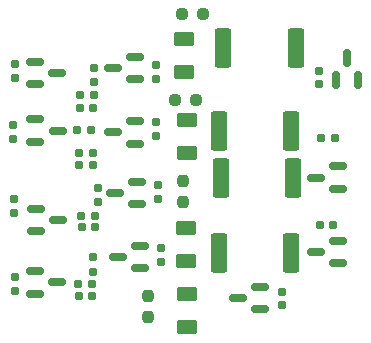
<source format=gbr>
%TF.GenerationSoftware,KiCad,Pcbnew,7.0.6*%
%TF.CreationDate,2023-10-31T01:28:30+01:00*%
%TF.ProjectId,BMSv2,424d5376-322e-46b6-9963-61645f706362,rev?*%
%TF.SameCoordinates,Original*%
%TF.FileFunction,Paste,Bot*%
%TF.FilePolarity,Positive*%
%FSLAX46Y46*%
G04 Gerber Fmt 4.6, Leading zero omitted, Abs format (unit mm)*
G04 Created by KiCad (PCBNEW 7.0.6) date 2023-10-31 01:28:30*
%MOMM*%
%LPD*%
G01*
G04 APERTURE LIST*
G04 Aperture macros list*
%AMRoundRect*
0 Rectangle with rounded corners*
0 $1 Rounding radius*
0 $2 $3 $4 $5 $6 $7 $8 $9 X,Y pos of 4 corners*
0 Add a 4 corners polygon primitive as box body*
4,1,4,$2,$3,$4,$5,$6,$7,$8,$9,$2,$3,0*
0 Add four circle primitives for the rounded corners*
1,1,$1+$1,$2,$3*
1,1,$1+$1,$4,$5*
1,1,$1+$1,$6,$7*
1,1,$1+$1,$8,$9*
0 Add four rect primitives between the rounded corners*
20,1,$1+$1,$2,$3,$4,$5,0*
20,1,$1+$1,$4,$5,$6,$7,0*
20,1,$1+$1,$6,$7,$8,$9,0*
20,1,$1+$1,$8,$9,$2,$3,0*%
G04 Aperture macros list end*
%ADD10RoundRect,0.160000X0.197500X0.160000X-0.197500X0.160000X-0.197500X-0.160000X0.197500X-0.160000X0*%
%ADD11RoundRect,0.150000X0.587500X0.150000X-0.587500X0.150000X-0.587500X-0.150000X0.587500X-0.150000X0*%
%ADD12RoundRect,0.249999X0.450001X1.425001X-0.450001X1.425001X-0.450001X-1.425001X0.450001X-1.425001X0*%
%ADD13RoundRect,0.160000X0.160000X-0.197500X0.160000X0.197500X-0.160000X0.197500X-0.160000X-0.197500X0*%
%ADD14RoundRect,0.160000X-0.160000X0.197500X-0.160000X-0.197500X0.160000X-0.197500X0.160000X0.197500X0*%
%ADD15RoundRect,0.150000X-0.587500X-0.150000X0.587500X-0.150000X0.587500X0.150000X-0.587500X0.150000X0*%
%ADD16RoundRect,0.237500X0.237500X-0.250000X0.237500X0.250000X-0.237500X0.250000X-0.237500X-0.250000X0*%
%ADD17RoundRect,0.155000X0.155000X-0.212500X0.155000X0.212500X-0.155000X0.212500X-0.155000X-0.212500X0*%
%ADD18RoundRect,0.250000X0.625000X-0.375000X0.625000X0.375000X-0.625000X0.375000X-0.625000X-0.375000X0*%
%ADD19RoundRect,0.155000X0.212500X0.155000X-0.212500X0.155000X-0.212500X-0.155000X0.212500X-0.155000X0*%
%ADD20RoundRect,0.237500X-0.250000X-0.237500X0.250000X-0.237500X0.250000X0.237500X-0.250000X0.237500X0*%
%ADD21RoundRect,0.237500X-0.237500X0.250000X-0.237500X-0.250000X0.237500X-0.250000X0.237500X0.250000X0*%
%ADD22RoundRect,0.150000X0.150000X-0.587500X0.150000X0.587500X-0.150000X0.587500X-0.150000X-0.587500X0*%
G04 APERTURE END LIST*
D10*
%TO.C,R16*%
X83680900Y-60528200D03*
X82485900Y-60528200D03*
%TD*%
D11*
%TO.C,Q15*%
X104623600Y-63581400D03*
X104623600Y-65481400D03*
X102748600Y-64531400D03*
%TD*%
D12*
%TO.C,R41*%
X100992400Y-53568600D03*
X94892400Y-53568600D03*
%TD*%
D13*
%TO.C,R12*%
X89179400Y-56172700D03*
X89179400Y-54977700D03*
%TD*%
D14*
%TO.C,R26*%
X77190600Y-66319400D03*
X77190600Y-67514400D03*
%TD*%
D15*
%TO.C,Q2*%
X78897000Y-56623700D03*
X78897000Y-54723700D03*
X80772000Y-55673700D03*
%TD*%
D11*
%TO.C,Q3*%
X87399100Y-54281700D03*
X87399100Y-56181700D03*
X85524100Y-55231700D03*
%TD*%
D15*
%TO.C,Q4*%
X78968600Y-61502200D03*
X78968600Y-59602200D03*
X80843600Y-60552200D03*
%TD*%
D13*
%TO.C,R27*%
X77254700Y-74155900D03*
X77254700Y-72960900D03*
%TD*%
D11*
%TO.C,Q17*%
X97993200Y-73792000D03*
X97993200Y-75692000D03*
X96118200Y-74742000D03*
%TD*%
D16*
%TO.C,R39*%
X91490800Y-66596900D03*
X91490800Y-64771900D03*
%TD*%
D17*
%TO.C,C24*%
X102981800Y-56602200D03*
X102981800Y-55467200D03*
%TD*%
D10*
%TO.C,R17*%
X83870800Y-62484000D03*
X82675800Y-62484000D03*
%TD*%
D12*
%TO.C,R43*%
X100789200Y-64566800D03*
X94689200Y-64566800D03*
%TD*%
D18*
%TO.C,D5*%
X91768300Y-77213000D03*
X91768300Y-74413000D03*
%TD*%
D19*
%TO.C,C25*%
X104311300Y-61160900D03*
X103176300Y-61160900D03*
%TD*%
D10*
%TO.C,R23*%
X83795800Y-73558400D03*
X82600800Y-73558400D03*
%TD*%
D19*
%TO.C,C30*%
X84006500Y-68707000D03*
X82871500Y-68707000D03*
%TD*%
D20*
%TO.C,R37*%
X91340300Y-50673000D03*
X93165300Y-50673000D03*
%TD*%
D11*
%TO.C,Q5*%
X87407800Y-59756000D03*
X87407800Y-61656000D03*
X85532800Y-60706000D03*
%TD*%
D14*
%TO.C,R13*%
X83921600Y-55243800D03*
X83921600Y-56438800D03*
%TD*%
D18*
%TO.C,D2*%
X91541600Y-55603600D03*
X91541600Y-52803600D03*
%TD*%
D15*
%TO.C,Q6*%
X79047100Y-69047400D03*
X79047100Y-67147400D03*
X80922100Y-68097400D03*
%TD*%
D12*
%TO.C,R42*%
X100636800Y-60553600D03*
X94536800Y-60553600D03*
%TD*%
%TO.C,R44*%
X100638800Y-70916800D03*
X94538800Y-70916800D03*
%TD*%
D15*
%TO.C,Q8*%
X78935700Y-74356000D03*
X78935700Y-72456000D03*
X80810700Y-73406000D03*
%TD*%
D11*
%TO.C,Q16*%
X104594900Y-69865200D03*
X104594900Y-71765200D03*
X102719900Y-70815200D03*
%TD*%
D20*
%TO.C,R38*%
X90781500Y-57962800D03*
X92606500Y-57962800D03*
%TD*%
D13*
%TO.C,R25*%
X77038200Y-61227300D03*
X77038200Y-60032300D03*
%TD*%
D11*
%TO.C,Q9*%
X87807800Y-70307200D03*
X87807800Y-72207200D03*
X85932800Y-71257200D03*
%TD*%
D10*
%TO.C,R20*%
X84036500Y-67741800D03*
X82841500Y-67741800D03*
%TD*%
D17*
%TO.C,C27*%
X99822000Y-75345100D03*
X99822000Y-74210100D03*
%TD*%
D19*
%TO.C,C28*%
X83879500Y-58635300D03*
X82744500Y-58635300D03*
%TD*%
D13*
%TO.C,R24*%
X77275500Y-56133500D03*
X77275500Y-54938500D03*
%TD*%
%TO.C,R21*%
X89613500Y-71702300D03*
X89613500Y-70507300D03*
%TD*%
D18*
%TO.C,D4*%
X91719400Y-71602600D03*
X91719400Y-68802600D03*
%TD*%
D14*
%TO.C,R22*%
X83807900Y-71284500D03*
X83807900Y-72479500D03*
%TD*%
D13*
%TO.C,R18*%
X89357200Y-66371400D03*
X89357200Y-65176400D03*
%TD*%
D18*
%TO.C,D3*%
X91795600Y-62461600D03*
X91795600Y-59661600D03*
%TD*%
D13*
%TO.C,R19*%
X84226400Y-66586700D03*
X84226400Y-65391700D03*
%TD*%
D11*
%TO.C,Q7*%
X87604600Y-64897000D03*
X87604600Y-66797000D03*
X85729600Y-65847000D03*
%TD*%
D19*
%TO.C,C31*%
X83765800Y-74523600D03*
X82630800Y-74523600D03*
%TD*%
%TO.C,C29*%
X83828700Y-63474600D03*
X82693700Y-63474600D03*
%TD*%
D21*
%TO.C,R40*%
X88519000Y-74525500D03*
X88519000Y-76350500D03*
%TD*%
D10*
%TO.C,R14*%
X83909500Y-57517700D03*
X82714500Y-57517700D03*
%TD*%
D13*
%TO.C,R15*%
X89213500Y-60998700D03*
X89213500Y-59803700D03*
%TD*%
D19*
%TO.C,C26*%
X104184300Y-68531400D03*
X103049300Y-68531400D03*
%TD*%
D22*
%TO.C,Q14*%
X106319400Y-56235600D03*
X104419400Y-56235600D03*
X105369400Y-54360600D03*
%TD*%
M02*

</source>
